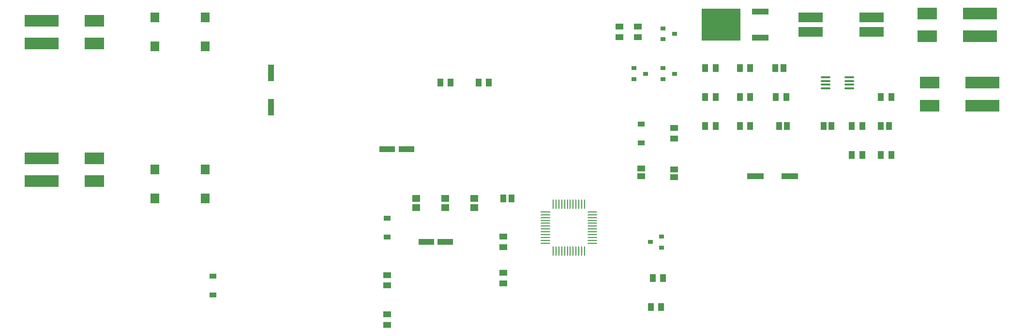
<source format=gtp>
G04*
G04 #@! TF.GenerationSoftware,Altium Limited,Altium Designer,23.2.1 (34)*
G04*
G04 Layer_Color=8421504*
%FSLAX44Y44*%
%MOMM*%
G71*
G04*
G04 #@! TF.SameCoordinates,88D0D14B-AD0B-4371-A2B6-2D90086A33F9*
G04*
G04*
G04 #@! TF.FilePolarity,Positive*
G04*
G01*
G75*
%ADD18O,1.7000X0.3500*%
%ADD19R,1.1000X2.9000*%
%ADD20R,1.4500X1.0500*%
%ADD21R,1.0500X1.4500*%
%ADD22R,2.9000X1.1000*%
%ADD23R,2.8000X1.1000*%
%ADD24R,1.5000X1.7000*%
%ADD25R,1.6552X0.2525*%
G04:AMPARAMS|DCode=26|XSize=1.6552mm|YSize=0.2525mm|CornerRadius=0.1262mm|HoleSize=0mm|Usage=FLASHONLY|Rotation=0.000|XOffset=0mm|YOffset=0mm|HoleType=Round|Shape=RoundedRectangle|*
%AMROUNDEDRECTD26*
21,1,1.6552,0.0000,0,0,0.0*
21,1,1.4028,0.2525,0,0,0.0*
1,1,0.2525,0.7014,0.0000*
1,1,0.2525,-0.7014,0.0000*
1,1,0.2525,-0.7014,0.0000*
1,1,0.2525,0.7014,0.0000*
%
%ADD26ROUNDEDRECTD26*%
G04:AMPARAMS|DCode=27|XSize=0.2525mm|YSize=1.6552mm|CornerRadius=0.1262mm|HoleSize=0mm|Usage=FLASHONLY|Rotation=0.000|XOffset=0mm|YOffset=0mm|HoleType=Round|Shape=RoundedRectangle|*
%AMROUNDEDRECTD27*
21,1,0.2525,1.4028,0,0,0.0*
21,1,0.0000,1.6552,0,0,0.0*
1,1,0.2525,0.0000,-0.7014*
1,1,0.2525,0.0000,-0.7014*
1,1,0.2525,0.0000,0.7014*
1,1,0.2525,0.0000,0.7014*
%
%ADD27ROUNDEDRECTD27*%
%ADD28R,3.5000X2.0000*%
%ADD29R,6.0000X2.0000*%
%ADD30R,1.1046X1.3562*%
%ADD31R,1.3562X1.1046*%
%ADD32R,6.9000X5.6500*%
%ADD33R,2.8500X1.0000*%
%ADD34R,1.2200X0.9100*%
%ADD35R,0.9000X0.8000*%
%ADD36R,4.2700X1.7800*%
%ADD37R,1.4562X1.3046*%
D18*
X1421720Y472030D02*
D03*
Y465530D02*
D03*
Y459030D02*
D03*
Y452530D02*
D03*
X1463720Y472030D02*
D03*
Y465530D02*
D03*
Y459030D02*
D03*
Y452530D02*
D03*
D19*
X452120Y419580D02*
D03*
Y479580D02*
D03*
D20*
X655320Y55880D02*
D03*
Y37380D02*
D03*
Y125180D02*
D03*
Y106680D02*
D03*
X1093470Y560430D02*
D03*
Y541930D02*
D03*
X1061720D02*
D03*
Y560430D02*
D03*
X1156970Y382630D02*
D03*
Y364130D02*
D03*
X858520Y192130D02*
D03*
Y173630D02*
D03*
Y128630D02*
D03*
Y110130D02*
D03*
D21*
X1229720Y487680D02*
D03*
X1211220D02*
D03*
X1518920Y436880D02*
D03*
X1537420D02*
D03*
X1486620Y335280D02*
D03*
X1468120D02*
D03*
Y386080D02*
D03*
X1486620D02*
D03*
X1537420Y335280D02*
D03*
X1518920D02*
D03*
X1271820Y436880D02*
D03*
X1290320D02*
D03*
X1229720D02*
D03*
X1211220D02*
D03*
X1290320Y487680D02*
D03*
X1271820D02*
D03*
X1334770Y436880D02*
D03*
X1353270D02*
D03*
X1229720Y386080D02*
D03*
X1211220D02*
D03*
X1271820D02*
D03*
X1290320D02*
D03*
X1137920Y119380D02*
D03*
X1119420D02*
D03*
X1115970Y68580D02*
D03*
X1134470D02*
D03*
X766170Y462280D02*
D03*
X747670D02*
D03*
X814620D02*
D03*
X833120D02*
D03*
D22*
X1299210Y298450D02*
D03*
X1359210D02*
D03*
D23*
X723710Y182880D02*
D03*
X756920D02*
D03*
X655320Y345440D02*
D03*
X688530D02*
D03*
D24*
X248920Y525780D02*
D03*
Y576580D02*
D03*
X336550D02*
D03*
Y525780D02*
D03*
Y259080D02*
D03*
Y309880D02*
D03*
X248920D02*
D03*
Y259080D02*
D03*
D25*
X931565Y235780D02*
D03*
D26*
Y230780D02*
D03*
Y225780D02*
D03*
Y220780D02*
D03*
Y215780D02*
D03*
Y210780D02*
D03*
Y205780D02*
D03*
Y200780D02*
D03*
Y195780D02*
D03*
Y190780D02*
D03*
Y185780D02*
D03*
Y180780D02*
D03*
X1014075D02*
D03*
Y185780D02*
D03*
Y190780D02*
D03*
Y195780D02*
D03*
Y200780D02*
D03*
Y205780D02*
D03*
Y210780D02*
D03*
Y215780D02*
D03*
Y220780D02*
D03*
Y225780D02*
D03*
Y230780D02*
D03*
Y235780D02*
D03*
D27*
X945320Y167025D02*
D03*
X950320D02*
D03*
X955320D02*
D03*
X960320D02*
D03*
X965320D02*
D03*
X970320D02*
D03*
X975320D02*
D03*
X980320D02*
D03*
X985320D02*
D03*
X990320D02*
D03*
X995320D02*
D03*
X1000320D02*
D03*
Y249535D02*
D03*
X995320D02*
D03*
X990320D02*
D03*
X985320D02*
D03*
X980320D02*
D03*
X975320D02*
D03*
X970320D02*
D03*
X965320D02*
D03*
X960320D02*
D03*
X955320D02*
D03*
X950320D02*
D03*
X945320D02*
D03*
D28*
X142770Y531180D02*
D03*
Y571180D02*
D03*
Y289880D02*
D03*
Y329880D02*
D03*
X1604220Y422280D02*
D03*
Y462280D02*
D03*
X1599670Y543880D02*
D03*
Y583880D02*
D03*
D29*
X50270Y531180D02*
D03*
Y571180D02*
D03*
Y289880D02*
D03*
Y329880D02*
D03*
X1696720Y422280D02*
D03*
Y462280D02*
D03*
X1692170Y543880D02*
D03*
Y583880D02*
D03*
D30*
X1418320Y386080D02*
D03*
X1432336D02*
D03*
X1354478D02*
D03*
X1340462D02*
D03*
X1334112Y487680D02*
D03*
X1348128D02*
D03*
X1518920Y386080D02*
D03*
X1532936D02*
D03*
X858520Y259080D02*
D03*
X872536D02*
D03*
D31*
X1156970Y296522D02*
D03*
Y310538D02*
D03*
X1099820Y298180D02*
D03*
Y312195D02*
D03*
D32*
X1239520Y563880D02*
D03*
D33*
X1307520Y586680D02*
D03*
Y541080D02*
D03*
D34*
X350520Y90330D02*
D03*
Y123030D02*
D03*
X655320Y224630D02*
D03*
Y191930D02*
D03*
X1099820Y389730D02*
D03*
Y357030D02*
D03*
D35*
X1157920Y547980D02*
D03*
X1137920Y538480D02*
D03*
Y557480D02*
D03*
X1157920Y478180D02*
D03*
X1137920Y468680D02*
D03*
Y487680D02*
D03*
X1107120Y478180D02*
D03*
X1087120Y468680D02*
D03*
Y487680D02*
D03*
X1115220Y182880D02*
D03*
X1135220Y192380D02*
D03*
Y173380D02*
D03*
D36*
X1502120Y576580D02*
D03*
Y551180D02*
D03*
X1396020D02*
D03*
Y576580D02*
D03*
D37*
X807720Y259080D02*
D03*
Y243064D02*
D03*
X706120D02*
D03*
Y259080D02*
D03*
X756920Y243064D02*
D03*
Y259080D02*
D03*
M02*

</source>
